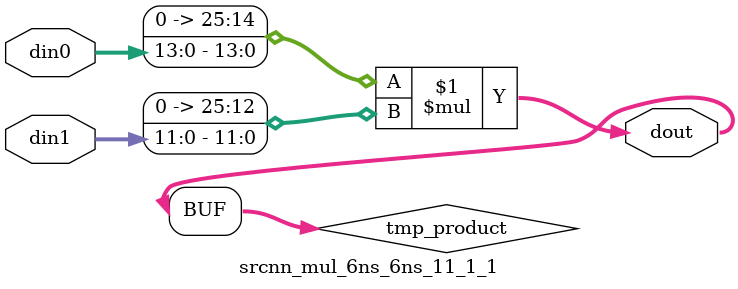
<source format=v>

`timescale 1 ns / 1 ps

  module srcnn_mul_6ns_6ns_11_1_1(din0, din1, dout);
parameter ID = 1;
parameter NUM_STAGE = 0;
parameter din0_WIDTH = 14;
parameter din1_WIDTH = 12;
parameter dout_WIDTH = 26;

input [din0_WIDTH - 1 : 0] din0; 
input [din1_WIDTH - 1 : 0] din1; 
output [dout_WIDTH - 1 : 0] dout;

wire signed [dout_WIDTH - 1 : 0] tmp_product;










assign tmp_product = $signed({1'b0, din0}) * $signed({1'b0, din1});











assign dout = tmp_product;







endmodule

</source>
